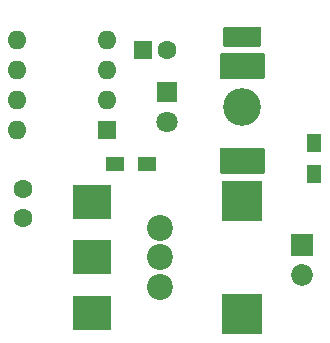
<source format=gbr>
%TF.GenerationSoftware,KiCad,Pcbnew,(5.1.9)-1*%
%TF.CreationDate,2021-03-03T01:22:35+00:00*%
%TF.ProjectId,555 Timer,35353520-5469-46d6-9572-2e6b69636164,rev?*%
%TF.SameCoordinates,Original*%
%TF.FileFunction,Soldermask,Top*%
%TF.FilePolarity,Negative*%
%FSLAX46Y46*%
G04 Gerber Fmt 4.6, Leading zero omitted, Abs format (unit mm)*
G04 Created by KiCad (PCBNEW (5.1.9)-1) date 2021-03-03 01:22:35*
%MOMM*%
%LPD*%
G01*
G04 APERTURE LIST*
%ADD10C,1.600000*%
%ADD11R,1.600000X1.600000*%
%ADD12C,1.850000*%
%ADD13R,1.850000X1.850000*%
%ADD14C,2.200000*%
%ADD15R,3.500000X3.500000*%
%ADD16O,1.600000X1.600000*%
%ADD17R,1.300000X1.500000*%
%ADD18R,1.500000X1.300000*%
%ADD19R,3.300000X3.000000*%
%ADD20C,3.203200*%
%ADD21R,1.800000X1.800000*%
%ADD22C,1.800000*%
G04 APERTURE END LIST*
D10*
%TO.C,C2*%
X140938000Y-78994000D03*
D11*
X138938000Y-78994000D03*
%TD*%
D12*
%TO.C,J1*%
X152400000Y-98004000D03*
D13*
X152400000Y-95504000D03*
%TD*%
D14*
%TO.C,RV1*%
X140320000Y-99020000D03*
X140320000Y-96520000D03*
X140320000Y-94020000D03*
D15*
X147320000Y-101320000D03*
X147320000Y-91720000D03*
%TD*%
D11*
%TO.C,U1*%
X135890000Y-85725000D03*
D16*
X128270000Y-78105000D03*
X135890000Y-83185000D03*
X128270000Y-80645000D03*
X135890000Y-80645000D03*
X128270000Y-83185000D03*
X135890000Y-78105000D03*
X128270000Y-85725000D03*
%TD*%
D17*
%TO.C,R2*%
X153416000Y-89488000D03*
X153416000Y-86788000D03*
%TD*%
D18*
%TO.C,R1*%
X136572000Y-88646000D03*
X139272000Y-88646000D03*
%TD*%
D19*
%TO.C,SW1*%
X134620000Y-91820000D03*
X134620000Y-96520000D03*
X134620000Y-101220000D03*
%TD*%
D20*
%TO.C,J2*%
X147320000Y-83820000D03*
G36*
G01*
X148921600Y-77070000D02*
X148921600Y-78570000D01*
G75*
G02*
X148820000Y-78671600I-101600J0D01*
G01*
X145820000Y-78671600D01*
G75*
G02*
X145718400Y-78570000I0J101600D01*
G01*
X145718400Y-77070000D01*
G75*
G02*
X145820000Y-76968400I101600J0D01*
G01*
X148820000Y-76968400D01*
G75*
G02*
X148921600Y-77070000I0J-101600D01*
G01*
G37*
G36*
G01*
X149221600Y-79320000D02*
X149221600Y-81320000D01*
G75*
G02*
X149120000Y-81421600I-101600J0D01*
G01*
X145520000Y-81421600D01*
G75*
G02*
X145418400Y-81320000I0J101600D01*
G01*
X145418400Y-79320000D01*
G75*
G02*
X145520000Y-79218400I101600J0D01*
G01*
X149120000Y-79218400D01*
G75*
G02*
X149221600Y-79320000I0J-101600D01*
G01*
G37*
G36*
G01*
X149221600Y-87320000D02*
X149221600Y-89320000D01*
G75*
G02*
X149120000Y-89421600I-101600J0D01*
G01*
X145520000Y-89421600D01*
G75*
G02*
X145418400Y-89320000I0J101600D01*
G01*
X145418400Y-87320000D01*
G75*
G02*
X145520000Y-87218400I101600J0D01*
G01*
X149120000Y-87218400D01*
G75*
G02*
X149221600Y-87320000I0J-101600D01*
G01*
G37*
%TD*%
D21*
%TO.C,D1*%
X140970000Y-82550000D03*
D22*
X140970000Y-85090000D03*
%TD*%
D10*
%TO.C,C1*%
X128778000Y-93218000D03*
X128778000Y-90718000D03*
%TD*%
M02*

</source>
